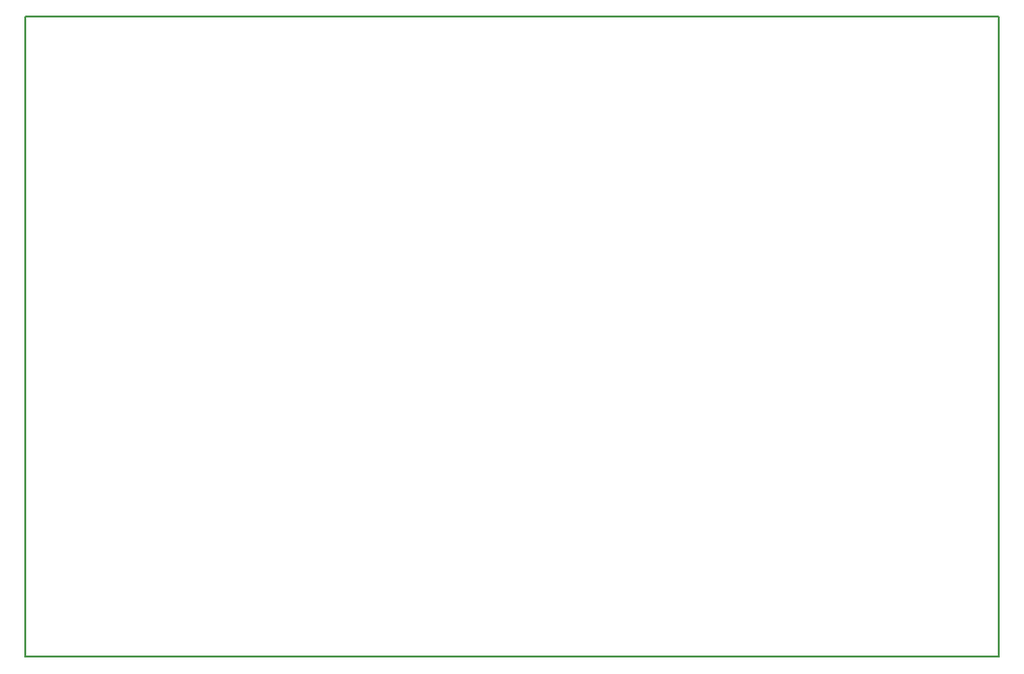
<source format=gbo>
G04 MADE WITH FRITZING*
G04 WWW.FRITZING.ORG*
G04 DOUBLE SIDED*
G04 HOLES PLATED*
G04 CONTOUR ON CENTER OF CONTOUR VECTOR*
%ASAXBY*%
%FSLAX23Y23*%
%MOIN*%
%OFA0B0*%
%SFA1.0B1.0*%
%ADD10R,3.346460X2.204720X3.330460X2.188720*%
%ADD11C,0.008000*%
%LNSILK0*%
G90*
G70*
G54D11*
X4Y2201D02*
X3342Y2201D01*
X3342Y4D01*
X4Y4D01*
X4Y2201D01*
D02*
G04 End of Silk0*
M02*
</source>
